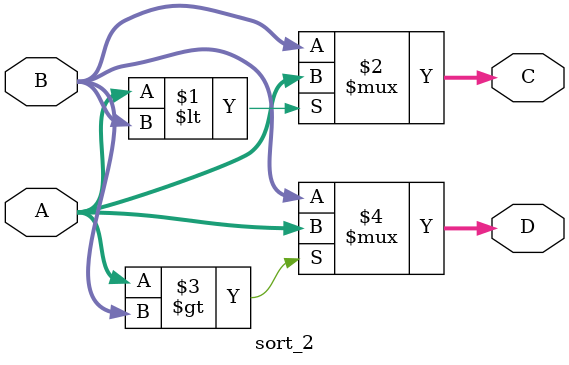
<source format=v>
module sort_2(
		input [3:0] A,
		input [3:0] B,
		output [3:0] C,
		output [3:0] D


);

		assign C = (A<B)?A:B;
		assign D = (A>B)?A:B;




endmodule
</source>
